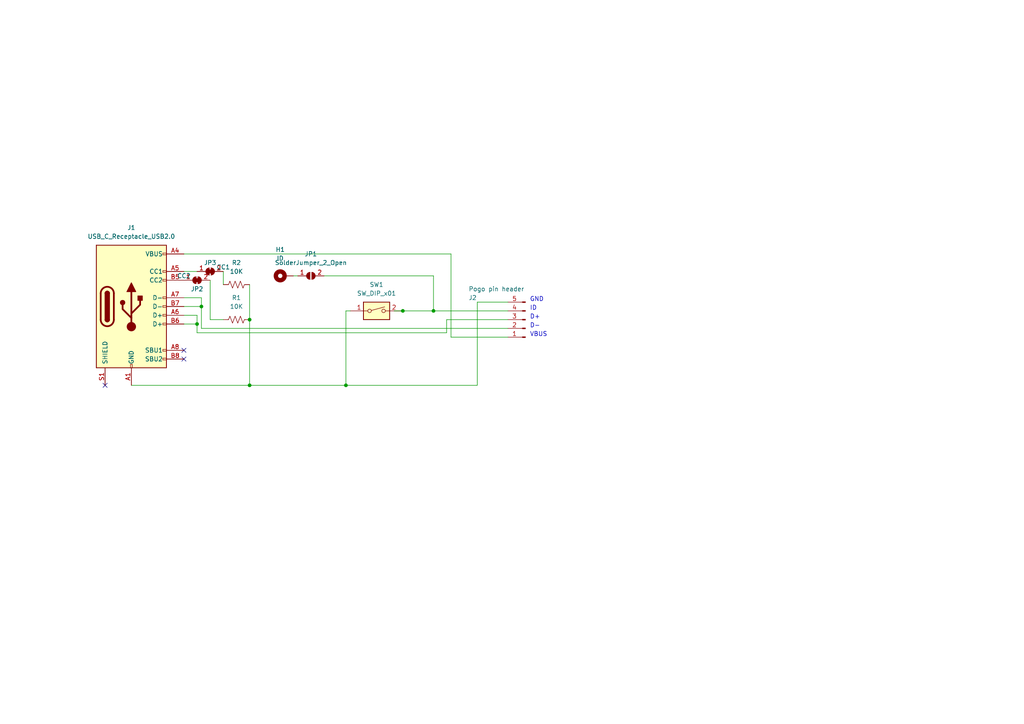
<source format=kicad_sch>
(kicad_sch (version 20211123) (generator eeschema)
  (paper "A4")
  (lib_symbols
    (symbol "Connector:Conn_01x05_Male" (pin_names (offset 1.016) hide)
      (property "Reference" "J" (at 0 7.62 0))
      (property "Value" "Conn_01x05_Male" (at 0 -7.62 0))
      (symbol "Conn_01x05_Male_1_1"
        (polyline (pts (xy 1.27 -5.08) (xy 0.8636 -5.08)) (stroke (width 0.1524)))
        (polyline (pts (xy 1.27 -2.54) (xy 0.8636 -2.54)) (stroke (width 0.1524)))
        (polyline (pts (xy 1.27 0) (xy 0.8636 0)) (stroke (width 0.1524)))
        (polyline (pts (xy 1.27 2.54) (xy 0.8636 2.54)) (stroke (width 0.1524)))
        (polyline (pts (xy 1.27 5.08) (xy 0.8636 5.08)) (stroke (width 0.1524)))
        (rectangle (start 0.8636 -4.953) (end 0 -5.207) (stroke (width 0.1524)) (fill (type outline)))
        (rectangle (start 0.8636 -2.413) (end 0 -2.667) (stroke (width 0.1524)) (fill (type outline)))
        (rectangle (start 0.8636 0.127) (end 0 -0.127) (stroke (width 0.1524)) (fill (type outline)))
        (rectangle (start 0.8636 2.667) (end 0 2.413) (stroke (width 0.1524)) (fill (type outline)))
        (rectangle (start 0.8636 5.207) (end 0 4.953) (stroke (width 0.1524)) (fill (type outline)))
        (pin passive line (at 5.08 5.08 180) (length 3.81) (name "Pin_1") (number "1"))
        (pin passive line (at 5.08 2.54 180) (length 3.81) (name "Pin_2") (number "2"))
        (pin passive line (at 5.08 0 180) (length 3.81) (name "Pin_3") (number "3"))
        (pin passive line (at 5.08 -2.54 180) (length 3.81) (name "Pin_4") (number "4"))
        (pin passive line (at 5.08 -5.08 180) (length 3.81) (name "Pin_5") (number "5"))
      )
    )
    (symbol "Connector:USB_C_Receptacle_USB2.0" (pin_names (offset 1.016))
      (property "Reference" "J" (at -10.16 19.05 0))
      (property "Value" "USB_C_Receptacle_USB2.0" (at 19.05 19.05 0))
      (symbol "USB_C_Receptacle_USB2.0_0_0"
        (rectangle (start -0.254 -17.78) (end 0.254 -16.764))
        (rectangle (start 10.16 -14.986) (end 9.144 -15.494))
        (rectangle (start 10.16 -12.446) (end 9.144 -12.954))
        (rectangle (start 10.16 -4.826) (end 9.144 -5.334))
        (rectangle (start 10.16 -2.286) (end 9.144 -2.794))
        (rectangle (start 10.16 0.254) (end 9.144 -0.254))
        (rectangle (start 10.16 2.794) (end 9.144 2.286))
        (rectangle (start 10.16 7.874) (end 9.144 7.366))
        (rectangle (start 10.16 10.414) (end 9.144 9.906))
        (rectangle (start 10.16 15.494) (end 9.144 14.986))
      )
      (symbol "USB_C_Receptacle_USB2.0_0_1"
        (rectangle (start -10.16 17.78) (end 10.16 -17.78) (stroke (width 0.254)) (fill (type background)))
        (arc (start -8.89 -3.81) (mid -6.985 -5.715) (end -5.08 -3.81) (stroke (width 0.508)))
        (arc (start -7.62 -3.81) (mid -6.985 -4.445) (end -6.35 -3.81) (stroke (width 0.254)))
        (arc (start -7.62 -3.81) (mid -6.985 -4.445) (end -6.35 -3.81) (stroke (width 0.254)) (fill (type outline)))
        (rectangle (start -7.62 -3.81) (end -6.35 3.81) (stroke (width 0.254)) (fill (type outline)))
        (arc (start -6.35 3.81) (mid -6.985 4.445) (end -7.62 3.81) (stroke (width 0.254)))
        (arc (start -6.35 3.81) (mid -6.985 4.445) (end -7.62 3.81) (stroke (width 0.254)) (fill (type outline)))
        (arc (start -5.08 3.81) (mid -6.985 5.715) (end -8.89 3.81) (stroke (width 0.508)))
        (circle (center -2.54 1.143) (radius 0.635) (stroke (width 0.254)) (fill (type outline)))
        (circle (center 0 -5.842) (radius 1.27) (fill (type outline)))
        (polyline (pts (xy -8.89 -3.81) (xy -8.89 3.81)) (stroke (width 0.508)))
        (polyline (pts (xy -5.08 3.81) (xy -5.08 -3.81)) (stroke (width 0.508)))
        (polyline (pts (xy 0 -5.842) (xy 0 4.318)) (stroke (width 0.508)))
        (polyline (pts (xy 0 -3.302) (xy -2.54 -0.762) (xy -2.54 0.508)) (stroke (width 0.508)))
        (polyline (pts (xy 0 -2.032) (xy 2.54 0.508) (xy 2.54 1.778)) (stroke (width 0.508)))
        (polyline (pts (xy -1.27 4.318) (xy 0 6.858) (xy 1.27 4.318) (xy -1.27 4.318)) (stroke (width 0.254)) (fill (type outline)))
        (rectangle (start 1.905 1.778) (end 3.175 3.048) (stroke (width 0.254)) (fill (type outline)))
      )
      (symbol "USB_C_Receptacle_USB2.0_1_1"
        (pin passive line (at 0 -22.86 90) (length 5.08) (name "GND") (number "A1"))
        (pin passive line (at 0 -22.86 90) (length 5.08) hide (name "GND") (number "A12"))
        (pin passive line (at 15.24 15.24 180) (length 5.08) (name "VBUS") (number "A4"))
        (pin bidirectional line (at 15.24 10.16 180) (length 5.08) (name "CC1") (number "A5"))
        (pin bidirectional line (at 15.24 -2.54 180) (length 5.08) (name "D+") (number "A6"))
        (pin bidirectional line (at 15.24 2.54 180) (length 5.08) (name "D-") (number "A7"))
        (pin bidirectional line (at 15.24 -12.7 180) (length 5.08) (name "SBU1") (number "A8"))
        (pin passive line (at 15.24 15.24 180) (length 5.08) hide (name "VBUS") (number "A9"))
        (pin passive line (at 0 -22.86 90) (length 5.08) hide (name "GND") (number "B1"))
        (pin passive line (at 0 -22.86 90) (length 5.08) hide (name "GND") (number "B12"))
        (pin passive line (at 15.24 15.24 180) (length 5.08) hide (name "VBUS") (number "B4"))
        (pin bidirectional line (at 15.24 7.62 180) (length 5.08) (name "CC2") (number "B5"))
        (pin bidirectional line (at 15.24 -5.08 180) (length 5.08) (name "D+") (number "B6"))
        (pin bidirectional line (at 15.24 0 180) (length 5.08) (name "D-") (number "B7"))
        (pin bidirectional line (at 15.24 -15.24 180) (length 5.08) (name "SBU2") (number "B8"))
        (pin passive line (at 15.24 15.24 180) (length 5.08) hide (name "VBUS") (number "B9"))
        (pin passive line (at -7.62 -22.86 90) (length 5.08) (name "SHIELD") (number "S1"))
      )
    )
    (symbol "Device:R_US" (pin_numbers hide) (pin_names (offset 0))
      (property "Reference" "R" (at 2.54 0 90))
      (property "Value" "R_US" (at -2.54 0 90))
      (symbol "R_US_0_1"
        (polyline (pts (xy 0 -2.286) (xy 0 -2.54)))
        (polyline (pts (xy 0 2.286) (xy 0 2.54)))
        (polyline (pts (xy 0 -0.762) (xy 1.016 -1.143) (xy 0 -1.524) (xy -1.016 -1.905) (xy 0 -2.286)))
        (polyline (pts (xy 0 0.762) (xy 1.016 0.381) (xy 0 0) (xy -1.016 -0.381) (xy 0 -0.762)))
        (polyline (pts (xy 0 2.286) (xy 1.016 1.905) (xy 0 1.524) (xy -1.016 1.143) (xy 0 0.762)))
      )
      (symbol "R_US_1_1"
        (pin passive line (at 0 3.81 270) (length 1.27) (name "~") (number "1"))
        (pin passive line (at 0 -3.81 90) (length 1.27) (name "~") (number "2"))
      )
    )
    (symbol "Jumper:SolderJumper_2_Bridged" (pin_names (offset 0) hide)
      (property "Reference" "JP" (at 0 2.032 0))
      (property "Value" "SolderJumper_2_Bridged" (at 0 -2.54 0))
      (symbol "SolderJumper_2_Bridged_0_1"
        (rectangle (start -0.508 0.508) (end 0.508 -0.508) (fill (type outline)))
        (arc (start -0.254 1.016) (mid -1.27 0) (end -0.254 -1.016))
        (arc (start -0.254 1.016) (mid -1.27 0) (end -0.254 -1.016) (fill (type outline)))
        (polyline (pts (xy -0.254 1.016) (xy -0.254 -1.016)))
        (polyline (pts (xy 0.254 1.016) (xy 0.254 -1.016)))
        (arc (start 0.254 -1.016) (mid 1.27 0) (end 0.254 1.016))
        (arc (start 0.254 -1.016) (mid 1.27 0) (end 0.254 1.016) (fill (type outline)))
      )
      (symbol "SolderJumper_2_Bridged_1_1"
        (pin passive line (at -3.81 0 0) (length 2.54) (name "A") (number "1"))
        (pin passive line (at 3.81 0 180) (length 2.54) (name "B") (number "2"))
      )
    )
    (symbol "Jumper:SolderJumper_2_Open" (pin_names (offset 0) hide)
      (property "Reference" "JP" (at 0 2.032 0))
      (property "Value" "SolderJumper_2_Open" (at 0 -2.54 0))
      (symbol "SolderJumper_2_Open_0_1"
        (arc (start -0.254 1.016) (mid -1.27 0) (end -0.254 -1.016))
        (arc (start -0.254 1.016) (mid -1.27 0) (end -0.254 -1.016) (fill (type outline)))
        (polyline (pts (xy -0.254 1.016) (xy -0.254 -1.016)))
        (polyline (pts (xy 0.254 1.016) (xy 0.254 -1.016)))
        (arc (start 0.254 -1.016) (mid 1.27 0) (end 0.254 1.016))
        (arc (start 0.254 -1.016) (mid 1.27 0) (end 0.254 1.016) (fill (type outline)))
      )
      (symbol "SolderJumper_2_Open_1_1"
        (pin passive line (at -3.81 0 0) (length 2.54) (name "A") (number "1"))
        (pin passive line (at 3.81 0 180) (length 2.54) (name "B") (number "2"))
      )
    )
    (symbol "Mechanical:MountingHole_Pad" (pin_numbers hide) (pin_names (offset 1.016) hide)
      (property "Reference" "H" (at 0 6.35 0))
      (property "Value" "MountingHole_Pad" (at 0 4.445 0))
      (symbol "MountingHole_Pad_0_1"
        (circle (center 0 1.27) (radius 1.27) (stroke (width 1.27)))
      )
      (symbol "MountingHole_Pad_1_1"
        (pin input line (at 0 -2.54 90) (length 2.54) (name "1") (number "1"))
      )
    )
    (symbol "Switch:SW_DIP_x01" (pin_names (offset 0) hide)
      (property "Reference" "SW" (at 0 3.81 0))
      (property "Value" "SW_DIP_x01" (at 0 -3.81 0))
      (symbol "SW_DIP_x01_0_0"
        (circle (center -2.032 0) (radius 0.508))
        (polyline (pts (xy -1.524 0.127) (xy 2.3622 1.1684)))
        (circle (center 2.032 0) (radius 0.508))
      )
      (symbol "SW_DIP_x01_0_1"
        (rectangle (start -3.81 2.54) (end 3.81 -2.54) (stroke (width 0.254)) (fill (type background)))
      )
      (symbol "SW_DIP_x01_1_1"
        (pin passive line (at -7.62 0 0) (length 5.08) (name "~") (number "1"))
        (pin passive line (at 7.62 0 180) (length 5.08) (name "~") (number "2"))
      )
    )
  )
  (junction (at 57.15 93.98))
  (junction (at 72.39 92.71))
  (junction (at 58.42 88.9))
  (junction (at 116.84 90.17))
  (junction (at 100.33 111.76))
  (junction (at 72.39 111.76))
  (junction (at 125.73 90.17))
  (no_connect (at 53.34 101.6))
  (no_connect (at 53.34 104.14))
  (no_connect (at 30.48 111.76))
  (wire (pts (xy 116.84 90.17) (xy 125.73 90.17)))
  (wire (pts (xy 72.39 82.55) (xy 72.39 92.71)))
  (wire (pts (xy 100.33 111.76) (xy 138.43 111.76)))
  (wire (pts (xy 58.42 88.9) (xy 58.42 95.25)))
  (wire (pts (xy 129.54 96.52) (xy 129.54 92.71)))
  (wire (pts (xy 58.42 86.36) (xy 58.42 88.9)))
  (wire (pts (xy 64.77 78.74) (xy 64.77 82.55)))
  (wire (pts (xy 101.6 90.17) (xy 100.33 90.17)))
  (wire (pts (xy 72.39 111.76) (xy 100.33 111.76)))
  (wire (pts (xy 114.3 90.17) (xy 116.84 90.17)))
  (wire (pts (xy 64.77 92.71) (xy 60.96 92.71)))
  (wire (pts (xy 57.15 96.52) (xy 129.54 96.52)))
  (wire (pts (xy 138.43 111.76) (xy 138.43 87.63)))
  (wire (pts (xy 58.42 95.25) (xy 147.32 95.25)))
  (wire (pts (xy 38.1 111.76) (xy 72.39 111.76)))
  (wire (pts (xy 125.73 90.17) (xy 147.32 90.17)))
  (wire (pts (xy 53.34 78.74) (xy 57.15 78.74)))
  (wire (pts (xy 125.73 80.01) (xy 125.73 90.17)))
  (wire (pts (xy 93.98 80.01) (xy 125.73 80.01)))
  (wire (pts (xy 53.34 91.44) (xy 57.15 91.44)))
  (wire (pts (xy 130.81 97.79) (xy 147.32 97.79)))
  (wire (pts (xy 129.54 92.71) (xy 147.32 92.71)))
  (wire (pts (xy 138.43 87.63) (xy 147.32 87.63)))
  (wire (pts (xy 53.34 86.36) (xy 58.42 86.36)))
  (wire (pts (xy 72.39 92.71) (xy 72.39 111.76)))
  (wire (pts (xy 86.36 80.01) (xy 85.09 80.01)))
  (wire (pts (xy 53.34 88.9) (xy 58.42 88.9)))
  (wire (pts (xy 53.34 93.98) (xy 57.15 93.98)))
  (wire (pts (xy 57.15 93.98) (xy 57.15 96.52)))
  (wire (pts (xy 60.96 92.71) (xy 60.96 81.28)))
  (wire (pts (xy 100.33 90.17) (xy 100.33 111.76)))
  (wire (pts (xy 130.81 73.66) (xy 130.81 97.79)))
  (wire (pts (xy 57.15 91.44) (xy 57.15 93.98)))
  (wire (pts (xy 53.34 73.66) (xy 130.81 73.66)))
  (text "D+" (at 153.67 92.71 0) (effects (font (size 1.27 1.27)) (justify left bottom)))
  (text "VBUS" (at 153.67 97.79 0) (effects (font (size 1.27 1.27)) (justify left bottom)))
  (text "D-" (at 153.67 95.25 0) (effects (font (size 1.27 1.27)) (justify left bottom)))
  (text "GND" (at 153.67 87.63 0) (effects (font (size 1.27 1.27)) (justify left bottom)))
  (text "ID" (at 153.67 90.17 0) (effects (font (size 1.27 1.27)) (justify left bottom)))
  (symbol (lib_id "Connector:USB_C_Receptacle_USB2.0") (at 38.1 88.9 0) (unit 1)
    (property "Reference" "J1" (at 38.1 66.04 0))
    (property "Value" "USB_C_Receptacle_USB2.0" (at 38.1 68.58 0))
    (property "Footprint" "Connector_USB:USB_C_Receptacle_JAE_DX07S016JA1R1500" (effects hide))
    (property "Datasheet" "https://www.usb.org/sites/default/files/documents/usb_type-c.zip" (effects hide))
  )
  (symbol (lib_id "Connector:Conn_01x05_Male") (at 152.4 92.71 180) (unit 1)
    (property "Reference" "J2" (at 135.89 86.36 0) (effects (justify right)))
    (property "Value" "Pogo pin header" (at 135.89 83.82 0) (effects (justify right)))
    (property "Footprint" "Connector_PinHeader_2.54mm:PinHeader_1x05_P2.54mm_Vertical" (effects hide))
  )
  (symbol (lib_id "Switch:SW_DIP_x01") (at 109.22 90.17 0) (unit 1)
    (property "Reference" "SW1" (at 109.22 82.55 0))
    (property "Value" "SW_DIP_x01" (at 109.22 85.09 0))
    (property "Footprint" "Button_Switch_SMD:SW_DIP_SPSTx01_Slide_Omron_A6S-110x_W8.9mm_P2.54mm" (effects hide))
  )
  (symbol (lib_id "Jumper:SolderJumper_2_Bridged") (at 60.96 78.74 0) (unit 1)
    (property "Reference" "JP3" (at 60.96 76.2 0))
    (property "Value" "CC1" (at 64.77 77.47 0))
    (property "Footprint" "Jumper:SolderJumper-2_P1.3mm_Bridged_RoundedPad1.0x1.5mm" (effects hide))
  )
  (symbol (lib_id "Device:R_US") (at 68.58 92.71 270) (unit 1)
    (property "Reference" "R1" (at 68.58 86.36 90))
    (property "Value" "10K" (at 68.58 88.9 90))
    (property "Footprint" "Resistor_THT:R_Axial_DIN0207_L6.3mm_D2.5mm_P7.62mm_Horizontal" (effects hide))
  )
  (symbol (lib_id "Jumper:SolderJumper_2_Bridged") (at 57.15 81.28 0) (unit 1)
    (property "Reference" "JP2" (at 57.15 83.82 0))
    (property "Value" "CC2" (at 53.34 80.01 0))
    (property "Footprint" "Jumper:SolderJumper-2_P1.3mm_Bridged_RoundedPad1.0x1.5mm" (effects hide))
  )
  (symbol (lib_id "Jumper:SolderJumper_2_Open") (at 90.17 80.01 0) (unit 1)
    (property "Reference" "JP1" (at 90.17 73.66 0))
    (property "Value" "SolderJumper_2_Open" (at 90.17 76.2 0))
    (property "Footprint" "Jumper:SolderJumper-2_P1.3mm_Open_TrianglePad1.0x1.5mm" (effects hide))
  )
  (symbol (lib_id "Mechanical:MountingHole_Pad") (at 82.55 80.01 90) (unit 1)
    (property "Reference" "H1" (at 81.28 72.39 90))
    (property "Value" "ID" (at 81.28 74.93 90))
    (property "Footprint" "Connector_Wire:SolderWire-0.1sqmm_1x01_D0.4mm_OD1mm" (effects hide))
  )
  (symbol (lib_id "Device:R_US") (at 68.58 82.55 270) (unit 1)
    (property "Reference" "R2" (at 68.58 76.2 90))
    (property "Value" "10K" (at 68.58 78.74 90))
    (property "Footprint" "Resistor_THT:R_Axial_DIN0207_L6.3mm_D2.5mm_P7.62mm_Horizontal" (effects hide))
  )
)
</source>
